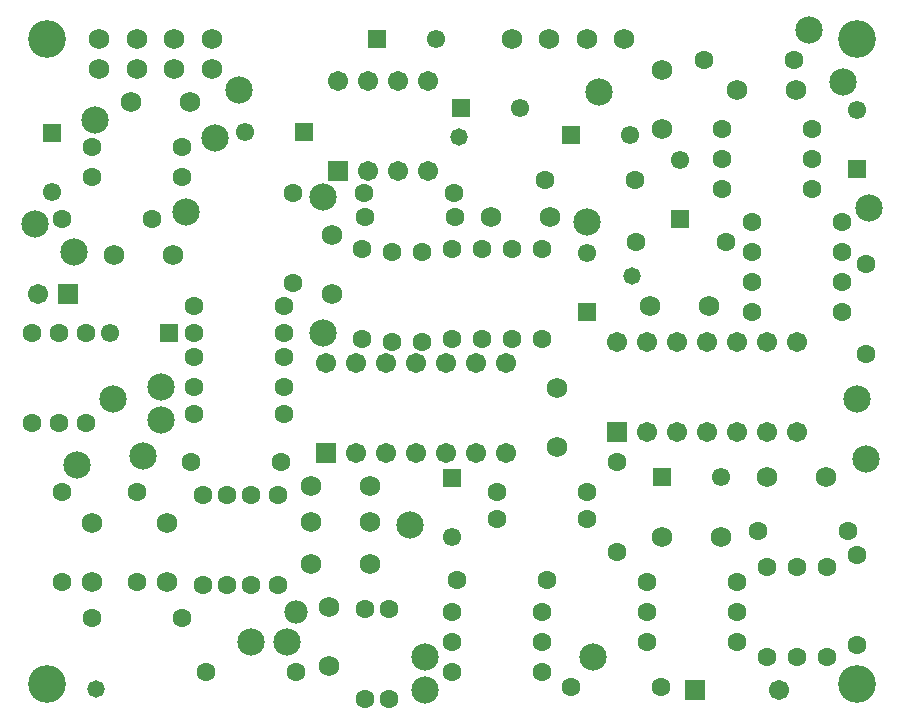
<source format=gbr>
G04 Layer_Color=16711935*
%FSLAX24Y24*%
%MOIN*%
%TF.FileFunction,Soldermask,Bot*%
%TF.Part,Single*%
G01*
G75*
%TA.AperFunction,ViaPad*%
%ADD31C,0.1261*%
%ADD32C,0.0680*%
%TA.AperFunction,ComponentPad*%
%ADD33C,0.0631*%
%ADD34C,0.0907*%
%ADD35C,0.0780*%
%ADD36C,0.0680*%
%ADD37R,0.0611X0.0611*%
%ADD38C,0.0611*%
%ADD39R,0.0611X0.0611*%
%ADD40C,0.0671*%
%ADD41R,0.0671X0.0671*%
%ADD42R,0.0671X0.0671*%
%TA.AperFunction,ViaPad*%
%ADD43C,0.0580*%
D31*
X-28000Y22500D02*
D03*
X-1000D02*
D03*
Y1000D02*
D03*
X-28000D02*
D03*
D32*
X-26250Y22500D02*
D03*
Y21500D02*
D03*
X-25000D02*
D03*
X-23750D02*
D03*
X-22500D02*
D03*
X-25000Y22500D02*
D03*
X-22500D02*
D03*
X-23750D02*
D03*
X-12500D02*
D03*
X-11250D02*
D03*
X-10000D02*
D03*
X-8750D02*
D03*
D33*
X-8400Y17800D02*
D03*
X-11400D02*
D03*
X-17440Y17360D02*
D03*
X-14440D02*
D03*
X-22700Y1400D02*
D03*
X-19700D02*
D03*
X-22800Y4300D02*
D03*
Y7300D02*
D03*
X-22000Y4300D02*
D03*
Y7300D02*
D03*
X-21200Y4300D02*
D03*
Y7300D02*
D03*
X-20300Y4300D02*
D03*
Y7300D02*
D03*
X-25000Y4400D02*
D03*
Y7400D02*
D03*
X-27500Y4400D02*
D03*
Y7400D02*
D03*
X-26500Y3200D02*
D03*
X-23500D02*
D03*
X-17400Y500D02*
D03*
Y3500D02*
D03*
X-16600Y500D02*
D03*
Y3500D02*
D03*
X-14500Y1400D02*
D03*
X-11500D02*
D03*
Y2400D02*
D03*
X-14500D02*
D03*
X-11500Y3400D02*
D03*
X-14500D02*
D03*
X-11330Y4460D02*
D03*
X-14330D02*
D03*
X-10000Y6500D02*
D03*
X-13000D02*
D03*
X-20200Y8400D02*
D03*
X-23200D02*
D03*
X-23100Y10000D02*
D03*
X-20100D02*
D03*
X-23100Y11900D02*
D03*
X-20100D02*
D03*
X-23500Y17900D02*
D03*
X-26500D02*
D03*
Y18900D02*
D03*
X-23500D02*
D03*
X-27500Y16500D02*
D03*
X-24500D02*
D03*
X-17410Y16560D02*
D03*
X-14410D02*
D03*
X-19810Y14380D02*
D03*
Y17380D02*
D03*
X-16500Y12400D02*
D03*
Y15400D02*
D03*
X-17500Y12500D02*
D03*
Y15500D02*
D03*
X-15500Y12400D02*
D03*
Y15400D02*
D03*
X-14500Y12500D02*
D03*
Y15500D02*
D03*
X-13500D02*
D03*
Y12500D02*
D03*
X-12500D02*
D03*
Y15500D02*
D03*
X-11500Y12500D02*
D03*
Y15500D02*
D03*
X-10000Y7400D02*
D03*
X-13000D02*
D03*
X-9000Y8400D02*
D03*
Y5400D02*
D03*
X-8000Y4400D02*
D03*
X-5000D02*
D03*
Y3400D02*
D03*
X-8000D02*
D03*
X-5000Y2400D02*
D03*
X-8000D02*
D03*
X-4000Y1900D02*
D03*
Y4900D02*
D03*
X-3000D02*
D03*
Y1900D02*
D03*
X-2000D02*
D03*
Y4900D02*
D03*
X-1000Y2300D02*
D03*
Y5300D02*
D03*
X-10520Y900D02*
D03*
X-7520D02*
D03*
X-28500Y9700D02*
D03*
Y12700D02*
D03*
X-27600Y9700D02*
D03*
Y12700D02*
D03*
X-26700D02*
D03*
Y9700D02*
D03*
X-1300Y6100D02*
D03*
X-4300D02*
D03*
X-700Y15000D02*
D03*
Y12000D02*
D03*
X-1500Y13400D02*
D03*
X-4500D02*
D03*
X-1500Y14400D02*
D03*
X-4500D02*
D03*
Y15400D02*
D03*
X-1500D02*
D03*
X-4500Y16400D02*
D03*
X-1500D02*
D03*
X-2500Y17500D02*
D03*
X-5500D02*
D03*
X-2500Y18500D02*
D03*
X-5500D02*
D03*
X-2500Y19500D02*
D03*
X-5500D02*
D03*
X-6100Y21800D02*
D03*
X-3100D02*
D03*
X-5360Y15750D02*
D03*
X-8360D02*
D03*
X-23100Y12700D02*
D03*
X-20100D02*
D03*
X-23100Y13600D02*
D03*
X-20100D02*
D03*
X-23100Y10900D02*
D03*
X-20100D02*
D03*
D34*
X-1000Y10500D02*
D03*
X-700Y8500D02*
D03*
X-21200Y2400D02*
D03*
X-20000D02*
D03*
X-15400Y800D02*
D03*
Y1900D02*
D03*
X-15890Y6310D02*
D03*
X-24200Y9800D02*
D03*
X-25800Y10500D02*
D03*
X-27100Y15400D02*
D03*
X-28390Y16330D02*
D03*
X-26400Y19800D02*
D03*
X-21600Y20800D02*
D03*
X-22400Y19200D02*
D03*
X-23370Y16750D02*
D03*
X-9590Y20750D02*
D03*
X-18790Y17240D02*
D03*
X-18800Y12700D02*
D03*
X-10000Y16400D02*
D03*
X-9800Y1900D02*
D03*
X-27000Y8300D02*
D03*
X-24200Y10900D02*
D03*
X-24800Y8600D02*
D03*
X-590Y16880D02*
D03*
X-1460Y21090D02*
D03*
X-2600Y22800D02*
D03*
D35*
X-19700Y3400D02*
D03*
D36*
X-24000Y6384D02*
D03*
Y4416D02*
D03*
X-26500Y6384D02*
D03*
Y4416D02*
D03*
X-18600Y3584D02*
D03*
Y1616D02*
D03*
X-11000Y10884D02*
D03*
Y8916D02*
D03*
X-23796Y15310D02*
D03*
X-25764D02*
D03*
X-23216Y20400D02*
D03*
X-25184D02*
D03*
X-13194Y16560D02*
D03*
X-11226D02*
D03*
X-18500Y14016D02*
D03*
Y15984D02*
D03*
X-19184Y5000D02*
D03*
X-17216D02*
D03*
X-2016Y7900D02*
D03*
X-3984D02*
D03*
X-3016Y20800D02*
D03*
X-4984D02*
D03*
X-7500Y21474D02*
D03*
Y19506D02*
D03*
X-5940Y13600D02*
D03*
X-7908D02*
D03*
X-19184Y7600D02*
D03*
X-17216D02*
D03*
Y6400D02*
D03*
X-19184D02*
D03*
X-7484Y5900D02*
D03*
X-5516D02*
D03*
D37*
X-14500Y7884D02*
D03*
X-27840Y19384D02*
D03*
X-10000Y13416D02*
D03*
X-990Y18166D02*
D03*
X-6900Y16516D02*
D03*
D38*
X-14500Y5916D02*
D03*
X-25884Y12700D02*
D03*
X-27840Y17416D02*
D03*
X-21384Y19400D02*
D03*
X-15016Y22500D02*
D03*
X-12216Y20200D02*
D03*
X-8576Y19320D02*
D03*
X-10000Y15384D02*
D03*
X-5516Y7900D02*
D03*
X-990Y20134D02*
D03*
X-6900Y18484D02*
D03*
D39*
X-23916Y12700D02*
D03*
X-19416Y19400D02*
D03*
X-16984Y22500D02*
D03*
X-14184Y20200D02*
D03*
X-10544Y19320D02*
D03*
X-7484Y7900D02*
D03*
D40*
X-15280Y21120D02*
D03*
X-16280D02*
D03*
X-17280D02*
D03*
X-18280D02*
D03*
X-15280Y18120D02*
D03*
X-16280D02*
D03*
X-17280D02*
D03*
X-3000Y12400D02*
D03*
X-4000D02*
D03*
X-5000D02*
D03*
X-6000D02*
D03*
X-7000D02*
D03*
X-8000D02*
D03*
X-9000D02*
D03*
X-3000Y9400D02*
D03*
X-4000D02*
D03*
X-5000D02*
D03*
X-6000D02*
D03*
X-7000D02*
D03*
X-8000D02*
D03*
X-12700Y11700D02*
D03*
X-13700D02*
D03*
X-14700D02*
D03*
X-15700D02*
D03*
X-16700D02*
D03*
X-17700D02*
D03*
X-18700D02*
D03*
X-12700Y8700D02*
D03*
X-13700D02*
D03*
X-14700D02*
D03*
X-15700D02*
D03*
X-16700D02*
D03*
X-17700D02*
D03*
X-3602Y800D02*
D03*
X-28300Y14000D02*
D03*
D41*
X-18280Y18120D02*
D03*
X-9000Y9400D02*
D03*
X-18700Y8700D02*
D03*
D42*
X-6398Y800D02*
D03*
X-27300Y14000D02*
D03*
D43*
X-14250Y19250D02*
D03*
X-26350Y850D02*
D03*
X-8500Y14600D02*
D03*
%TF.MD5,c3ec5fe5bdc2c422695d7683730456d0*%
M02*

</source>
